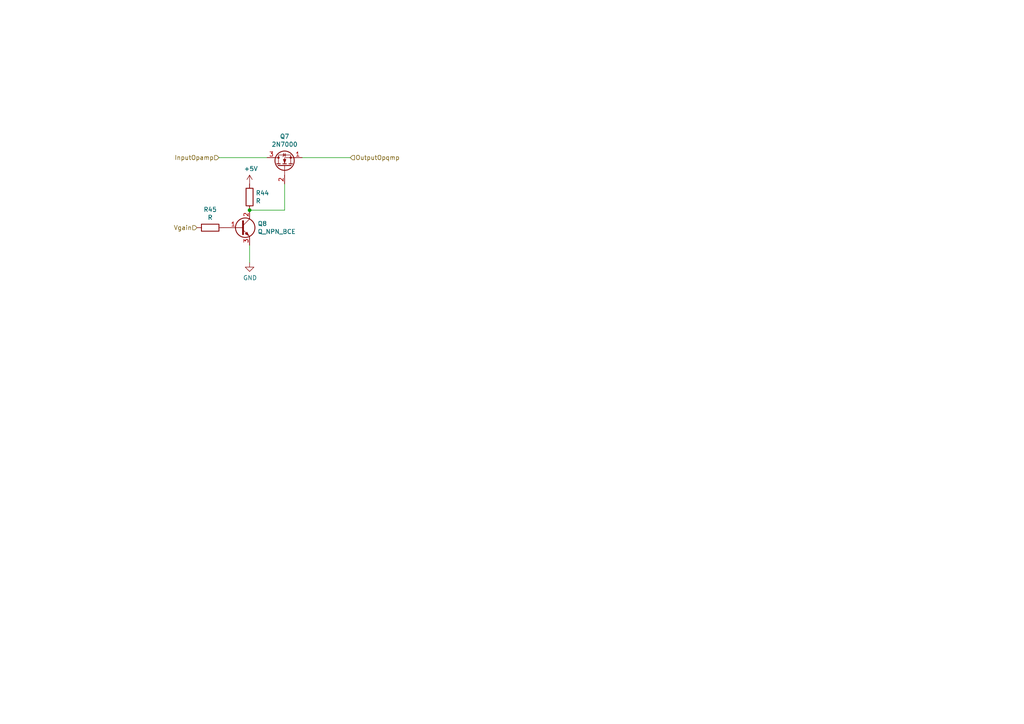
<source format=kicad_sch>
(kicad_sch (version 20211123) (generator eeschema)
  (paper "A4")
  (lib_symbols
    (symbol "Device:Q_NPN_BCE" (pin_names (offset 0) hide)
      (property "Reference" "Q" (at 5.08 1.27 0))
      (property "Value" "Q_NPN_BCE" (at 5.08 -1.27 0))
      (symbol "Q_NPN_BCE_0_1"
        (polyline (pts (xy 0.635 0.635) (xy 2.54 2.54)))
        (polyline (pts (xy 0.635 -0.635) (xy 2.54 -2.54) (xy 2.54 -2.54)))
        (polyline (pts (xy 0.635 1.905) (xy 0.635 -1.905) (xy 0.635 -1.905)) (stroke (width 0.508)))
        (polyline (pts (xy 1.27 -1.778) (xy 1.778 -1.27) (xy 2.286 -2.286) (xy 1.27 -1.778) (xy 1.27 -1.778)) (fill (type outline)))
        (circle (center 1.27 0) (radius 2.8194) (stroke (width 0.254)))
      )
      (symbol "Q_NPN_BCE_1_1"
        (pin input line (at -5.08 0 0) (length 5.715) (name "B") (number "1"))
        (pin passive line (at 2.54 5.08 270) (length 2.54) (name "C") (number "2"))
        (pin passive line (at 2.54 -5.08 90) (length 2.54) (name "E") (number "3"))
      )
    )
    (symbol "Device:R" (pin_numbers hide) (pin_names (offset 0))
      (property "Reference" "R" (at 2.032 0 90))
      (property "Value" "R" (at 0 0 90))
      (symbol "R_0_1"
        (rectangle (start -1.016 -2.54) (end 1.016 2.54) (stroke (width 0.254)))
      )
      (symbol "R_1_1"
        (pin passive line (at 0 3.81 270) (length 1.27) (name "~") (number "1"))
        (pin passive line (at 0 -3.81 90) (length 1.27) (name "~") (number "2"))
      )
    )
    (symbol "Transistor_FET:2N7000" (pin_names hide)
      (property "Reference" "Q" (at 5.08 1.905 0))
      (property "Value" "2N7000" (at 5.08 0 0))
      (symbol "2N7000_0_1"
        (polyline (pts (xy 0.254 0) (xy -2.54 0)))
        (polyline (pts (xy 0.254 1.905) (xy 0.254 -1.905)) (stroke (width 0.254)))
        (polyline (pts (xy 0.762 -1.27) (xy 0.762 -2.286)) (stroke (width 0.254)))
        (polyline (pts (xy 0.762 0.508) (xy 0.762 -0.508)) (stroke (width 0.254)))
        (polyline (pts (xy 0.762 2.286) (xy 0.762 1.27)) (stroke (width 0.254)))
        (polyline (pts (xy 2.54 2.54) (xy 2.54 1.778)))
        (polyline (pts (xy 2.54 -2.54) (xy 2.54 0) (xy 0.762 0)))
        (polyline (pts (xy 0.762 -1.778) (xy 3.302 -1.778) (xy 3.302 1.778) (xy 0.762 1.778)))
        (polyline (pts (xy 1.016 0) (xy 2.032 0.381) (xy 2.032 -0.381) (xy 1.016 0)) (fill (type outline)))
        (polyline (pts (xy 2.794 0.508) (xy 2.921 0.381) (xy 3.683 0.381) (xy 3.81 0.254)))
        (polyline (pts (xy 3.302 0.381) (xy 2.921 -0.254) (xy 3.683 -0.254) (xy 3.302 0.381)))
        (circle (center 1.651 0) (radius 2.794) (stroke (width 0.254)))
        (circle (center 2.54 -1.778) (radius 0.254) (fill (type outline)))
        (circle (center 2.54 1.778) (radius 0.254) (fill (type outline)))
      )
      (symbol "2N7000_1_1"
        (pin passive line (at 2.54 -5.08 90) (length 2.54) (name "S") (number "1"))
        (pin input line (at -5.08 0 0) (length 2.54) (name "G") (number "2"))
        (pin passive line (at 2.54 5.08 270) (length 2.54) (name "D") (number "3"))
      )
    )
    (symbol "power:+5V" (power) (pin_names (offset 0))
      (property "Value" "+5V" (at 0 3.556 0))
      (symbol "+5V_0_1"
        (polyline (pts (xy -0.762 1.27) (xy 0 2.54)))
        (polyline (pts (xy 0 0) (xy 0 2.54)))
        (polyline (pts (xy 0 2.54) (xy 0.762 1.27)))
      )
      (symbol "+5V_1_1"
        (pin power_in line (at 0 0 90) (length 0) hide (name "+5V") (number "1"))
      )
    )
    (symbol "power:GND" (power) (pin_names (offset 0))
      (property "Value" "GND" (at 0 -3.81 0))
      (symbol "GND_0_1"
        (polyline (pts (xy 0 0) (xy 0 -1.27) (xy 1.27 -1.27) (xy 0 -2.54) (xy -1.27 -1.27) (xy 0 -1.27)))
      )
      (symbol "GND_1_1"
        (pin power_in line (at 0 0 270) (length 0) hide (name "GND") (number "1"))
      )
    )
  )
  (junction (at 72.39 60.96))
  (wire (pts (xy 82.55 60.96) (xy 82.55 53.34)))
  (wire (pts (xy 72.39 60.96) (xy 82.55 60.96)))
  (wire (pts (xy 77.47 45.72) (xy 63.5 45.72)))
  (wire (pts (xy 72.39 71.12) (xy 72.39 76.2)))
  (wire (pts (xy 87.63 45.72) (xy 101.6 45.72)))
  (hierarchical_label "OutputOpqmp" (shape input) (at 101.6 45.72 0))
  (hierarchical_label "InputOpamp" (shape input) (at 63.5 45.72 180))
  (hierarchical_label "Vgain" (shape input) (at 57.15 66.04 180))
  (symbol (lib_id "Transistor_FET:2N7000") (at 82.55 48.26 90)
    (property "Reference" "Q7" (at 82.55 39.5732 90))
    (property "Value" "2N7000" (at 82.55 41.8846 90))
    (property "Footprint" "Package_TO_SOT_THT:TO-92_Inline" (effects hide))
    (property "Datasheet" "https://www.fairchildsemi.com/datasheets/2N/2N7000.pdf" (effects hide))
  )
  (symbol (lib_id "Device:R") (at 72.39 57.15 0)
    (property "Reference" "R44" (at 74.168 55.9816 0) (effects (justify left)))
    (property "Value" "R" (at 74.168 58.293 0) (effects (justify left)))
    (property "Footprint" "Resistor_SMD:R_0805_2012Metric" (effects hide))
  )
  (symbol (lib_id "Device:Q_NPN_BCE") (at 69.85 66.04 0)
    (property "Reference" "Q8" (at 74.7014 64.8716 0) (effects (justify left)))
    (property "Value" "Q_NPN_BCE" (at 74.7014 67.183 0) (effects (justify left)))
    (property "Footprint" "Package_TO_SOT_SMD:SOT-323_SC-70_Handsoldering" (effects hide))
  )
  (symbol (lib_id "Device:R") (at 60.96 66.04 270)
    (property "Reference" "R45" (at 60.96 60.7822 90))
    (property "Value" "R" (at 60.96 63.0936 90))
    (property "Footprint" "Resistor_SMD:R_0805_2012Metric" (effects hide))
  )
  (symbol (lib_id "power:GND") (at 72.39 76.2 0)
    (property "Reference" "#PWR054" (effects hide))
    (property "Value" "GND" (at 72.517 80.5942 0))
  )
  (symbol (lib_id "power:+5V") (at 72.39 53.34 0)
    (property "Reference" "#PWR053" (effects hide))
    (property "Value" "+5V" (at 72.771 48.9458 0))
  )
)
</source>
